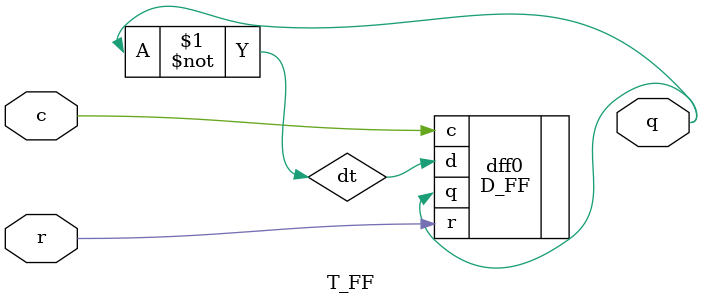
<source format=v>
module T_FF
(
input c, r,
output q  
);
wire dt;

//Instantiate D_FF
D_FF dff0
(
  .c(c),
  .r(r),
  .q(q),
  .d(dt)
);

not n1(dt,q);

endmodule
</source>
